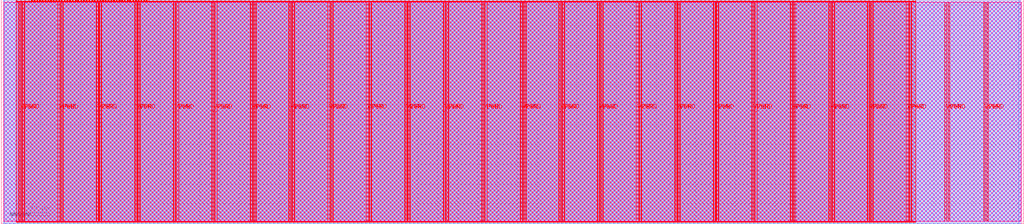
<source format=lef>
VERSION 5.7 ;
  NOWIREEXTENSIONATPIN ON ;
  DIVIDERCHAR "/" ;
  BUSBITCHARS "[]" ;
MACRO tt_um_snn_with_delays_paolaunisa
  CLASS BLOCK ;
  FOREIGN tt_um_snn_with_delays_paolaunisa ;
  ORIGIN 0.000 0.000 ;
  SIZE 1030.400 BY 225.760 ;
  PIN VGND
    DIRECTION INOUT ;
    USE GROUND ;
    PORT
      LAYER met4 ;
        RECT 21.580 2.480 23.180 223.280 ;
    END
    PORT
      LAYER met4 ;
        RECT 60.450 2.480 62.050 223.280 ;
    END
    PORT
      LAYER met4 ;
        RECT 99.320 2.480 100.920 223.280 ;
    END
    PORT
      LAYER met4 ;
        RECT 138.190 2.480 139.790 223.280 ;
    END
    PORT
      LAYER met4 ;
        RECT 177.060 2.480 178.660 223.280 ;
    END
    PORT
      LAYER met4 ;
        RECT 215.930 2.480 217.530 223.280 ;
    END
    PORT
      LAYER met4 ;
        RECT 254.800 2.480 256.400 223.280 ;
    END
    PORT
      LAYER met4 ;
        RECT 293.670 2.480 295.270 223.280 ;
    END
    PORT
      LAYER met4 ;
        RECT 332.540 2.480 334.140 223.280 ;
    END
    PORT
      LAYER met4 ;
        RECT 371.410 2.480 373.010 223.280 ;
    END
    PORT
      LAYER met4 ;
        RECT 410.280 2.480 411.880 223.280 ;
    END
    PORT
      LAYER met4 ;
        RECT 449.150 2.480 450.750 223.280 ;
    END
    PORT
      LAYER met4 ;
        RECT 488.020 2.480 489.620 223.280 ;
    END
    PORT
      LAYER met4 ;
        RECT 526.890 2.480 528.490 223.280 ;
    END
    PORT
      LAYER met4 ;
        RECT 565.760 2.480 567.360 223.280 ;
    END
    PORT
      LAYER met4 ;
        RECT 604.630 2.480 606.230 223.280 ;
    END
    PORT
      LAYER met4 ;
        RECT 643.500 2.480 645.100 223.280 ;
    END
    PORT
      LAYER met4 ;
        RECT 682.370 2.480 683.970 223.280 ;
    END
    PORT
      LAYER met4 ;
        RECT 721.240 2.480 722.840 223.280 ;
    END
    PORT
      LAYER met4 ;
        RECT 760.110 2.480 761.710 223.280 ;
    END
    PORT
      LAYER met4 ;
        RECT 798.980 2.480 800.580 223.280 ;
    END
    PORT
      LAYER met4 ;
        RECT 837.850 2.480 839.450 223.280 ;
    END
    PORT
      LAYER met4 ;
        RECT 876.720 2.480 878.320 223.280 ;
    END
    PORT
      LAYER met4 ;
        RECT 915.590 2.480 917.190 223.280 ;
    END
    PORT
      LAYER met4 ;
        RECT 954.460 2.480 956.060 223.280 ;
    END
    PORT
      LAYER met4 ;
        RECT 993.330 2.480 994.930 223.280 ;
    END
  END VGND
  PIN VPWR
    DIRECTION INOUT ;
    USE POWER ;
    PORT
      LAYER met4 ;
        RECT 18.280 2.480 19.880 223.280 ;
    END
    PORT
      LAYER met4 ;
        RECT 57.150 2.480 58.750 223.280 ;
    END
    PORT
      LAYER met4 ;
        RECT 96.020 2.480 97.620 223.280 ;
    END
    PORT
      LAYER met4 ;
        RECT 134.890 2.480 136.490 223.280 ;
    END
    PORT
      LAYER met4 ;
        RECT 173.760 2.480 175.360 223.280 ;
    END
    PORT
      LAYER met4 ;
        RECT 212.630 2.480 214.230 223.280 ;
    END
    PORT
      LAYER met4 ;
        RECT 251.500 2.480 253.100 223.280 ;
    END
    PORT
      LAYER met4 ;
        RECT 290.370 2.480 291.970 223.280 ;
    END
    PORT
      LAYER met4 ;
        RECT 329.240 2.480 330.840 223.280 ;
    END
    PORT
      LAYER met4 ;
        RECT 368.110 2.480 369.710 223.280 ;
    END
    PORT
      LAYER met4 ;
        RECT 406.980 2.480 408.580 223.280 ;
    END
    PORT
      LAYER met4 ;
        RECT 445.850 2.480 447.450 223.280 ;
    END
    PORT
      LAYER met4 ;
        RECT 484.720 2.480 486.320 223.280 ;
    END
    PORT
      LAYER met4 ;
        RECT 523.590 2.480 525.190 223.280 ;
    END
    PORT
      LAYER met4 ;
        RECT 562.460 2.480 564.060 223.280 ;
    END
    PORT
      LAYER met4 ;
        RECT 601.330 2.480 602.930 223.280 ;
    END
    PORT
      LAYER met4 ;
        RECT 640.200 2.480 641.800 223.280 ;
    END
    PORT
      LAYER met4 ;
        RECT 679.070 2.480 680.670 223.280 ;
    END
    PORT
      LAYER met4 ;
        RECT 717.940 2.480 719.540 223.280 ;
    END
    PORT
      LAYER met4 ;
        RECT 756.810 2.480 758.410 223.280 ;
    END
    PORT
      LAYER met4 ;
        RECT 795.680 2.480 797.280 223.280 ;
    END
    PORT
      LAYER met4 ;
        RECT 834.550 2.480 836.150 223.280 ;
    END
    PORT
      LAYER met4 ;
        RECT 873.420 2.480 875.020 223.280 ;
    END
    PORT
      LAYER met4 ;
        RECT 912.290 2.480 913.890 223.280 ;
    END
    PORT
      LAYER met4 ;
        RECT 951.160 2.480 952.760 223.280 ;
    END
    PORT
      LAYER met4 ;
        RECT 990.030 2.480 991.630 223.280 ;
    END
  END VPWR
  PIN clk
    DIRECTION INPUT ;
    USE SIGNAL ;
    ANTENNAGATEAREA 0.852000 ;
    PORT
      LAYER met4 ;
        RECT 143.830 224.760 144.130 225.760 ;
    END
  END clk
  PIN ena
    DIRECTION INPUT ;
    USE SIGNAL ;
    PORT
      LAYER met4 ;
        RECT 146.590 224.760 146.890 225.760 ;
    END
  END ena
  PIN rst_n
    DIRECTION INPUT ;
    USE SIGNAL ;
    ANTENNAGATEAREA 0.126000 ;
    PORT
      LAYER met4 ;
        RECT 141.070 224.760 141.370 225.760 ;
    END
  END rst_n
  PIN ui_in[0]
    DIRECTION INPUT ;
    USE SIGNAL ;
    ANTENNAGATEAREA 0.196500 ;
    PORT
      LAYER met4 ;
        RECT 138.310 224.760 138.610 225.760 ;
    END
  END ui_in[0]
  PIN ui_in[1]
    DIRECTION INPUT ;
    USE SIGNAL ;
    ANTENNAGATEAREA 0.196500 ;
    PORT
      LAYER met4 ;
        RECT 135.550 224.760 135.850 225.760 ;
    END
  END ui_in[1]
  PIN ui_in[2]
    DIRECTION INPUT ;
    USE SIGNAL ;
    ANTENNAGATEAREA 0.196500 ;
    PORT
      LAYER met4 ;
        RECT 132.790 224.760 133.090 225.760 ;
    END
  END ui_in[2]
  PIN ui_in[3]
    DIRECTION INPUT ;
    USE SIGNAL ;
    ANTENNAGATEAREA 0.196500 ;
    PORT
      LAYER met4 ;
        RECT 130.030 224.760 130.330 225.760 ;
    END
  END ui_in[3]
  PIN ui_in[4]
    DIRECTION INPUT ;
    USE SIGNAL ;
    ANTENNAGATEAREA 0.196500 ;
    PORT
      LAYER met4 ;
        RECT 127.270 224.760 127.570 225.760 ;
    END
  END ui_in[4]
  PIN ui_in[5]
    DIRECTION INPUT ;
    USE SIGNAL ;
    ANTENNAGATEAREA 0.196500 ;
    PORT
      LAYER met4 ;
        RECT 124.510 224.760 124.810 225.760 ;
    END
  END ui_in[5]
  PIN ui_in[6]
    DIRECTION INPUT ;
    USE SIGNAL ;
    ANTENNAGATEAREA 0.196500 ;
    PORT
      LAYER met4 ;
        RECT 121.750 224.760 122.050 225.760 ;
    END
  END ui_in[6]
  PIN ui_in[7]
    DIRECTION INPUT ;
    USE SIGNAL ;
    ANTENNAGATEAREA 0.196500 ;
    PORT
      LAYER met4 ;
        RECT 118.990 224.760 119.290 225.760 ;
    END
  END ui_in[7]
  PIN uio_in[0]
    DIRECTION INPUT ;
    USE SIGNAL ;
    ANTENNAGATEAREA 0.247500 ;
    PORT
      LAYER met4 ;
        RECT 116.230 224.760 116.530 225.760 ;
    END
  END uio_in[0]
  PIN uio_in[1]
    DIRECTION INPUT ;
    USE SIGNAL ;
    ANTENNAGATEAREA 0.196500 ;
    PORT
      LAYER met4 ;
        RECT 113.470 224.760 113.770 225.760 ;
    END
  END uio_in[1]
  PIN uio_in[2]
    DIRECTION INPUT ;
    USE SIGNAL ;
    PORT
      LAYER met4 ;
        RECT 110.710 224.760 111.010 225.760 ;
    END
  END uio_in[2]
  PIN uio_in[3]
    DIRECTION INPUT ;
    USE SIGNAL ;
    ANTENNAGATEAREA 0.852000 ;
    PORT
      LAYER met4 ;
        RECT 107.950 224.760 108.250 225.760 ;
    END
  END uio_in[3]
  PIN uio_in[4]
    DIRECTION INPUT ;
    USE SIGNAL ;
    ANTENNAGATEAREA 0.196500 ;
    PORT
      LAYER met4 ;
        RECT 105.190 224.760 105.490 225.760 ;
    END
  END uio_in[4]
  PIN uio_in[5]
    DIRECTION INPUT ;
    USE SIGNAL ;
    PORT
      LAYER met4 ;
        RECT 102.430 224.760 102.730 225.760 ;
    END
  END uio_in[5]
  PIN uio_in[6]
    DIRECTION INPUT ;
    USE SIGNAL ;
    ANTENNAGATEAREA 0.196500 ;
    PORT
      LAYER met4 ;
        RECT 99.670 224.760 99.970 225.760 ;
    END
  END uio_in[6]
  PIN uio_in[7]
    DIRECTION INPUT ;
    USE SIGNAL ;
    PORT
      LAYER met4 ;
        RECT 96.910 224.760 97.210 225.760 ;
    END
  END uio_in[7]
  PIN uio_oe[0]
    DIRECTION OUTPUT ;
    USE SIGNAL ;
    PORT
      LAYER met4 ;
        RECT 49.990 224.760 50.290 225.760 ;
    END
  END uio_oe[0]
  PIN uio_oe[1]
    DIRECTION OUTPUT ;
    USE SIGNAL ;
    PORT
      LAYER met4 ;
        RECT 47.230 224.760 47.530 225.760 ;
    END
  END uio_oe[1]
  PIN uio_oe[2]
    DIRECTION OUTPUT ;
    USE SIGNAL ;
    PORT
      LAYER met4 ;
        RECT 44.470 224.760 44.770 225.760 ;
    END
  END uio_oe[2]
  PIN uio_oe[3]
    DIRECTION OUTPUT ;
    USE SIGNAL ;
    PORT
      LAYER met4 ;
        RECT 41.710 224.760 42.010 225.760 ;
    END
  END uio_oe[3]
  PIN uio_oe[4]
    DIRECTION OUTPUT ;
    USE SIGNAL ;
    PORT
      LAYER met4 ;
        RECT 38.950 224.760 39.250 225.760 ;
    END
  END uio_oe[4]
  PIN uio_oe[5]
    DIRECTION OUTPUT ;
    USE SIGNAL ;
    PORT
      LAYER met4 ;
        RECT 36.190 224.760 36.490 225.760 ;
    END
  END uio_oe[5]
  PIN uio_oe[6]
    DIRECTION OUTPUT ;
    USE SIGNAL ;
    PORT
      LAYER met4 ;
        RECT 33.430 224.760 33.730 225.760 ;
    END
  END uio_oe[6]
  PIN uio_oe[7]
    DIRECTION OUTPUT ;
    USE SIGNAL ;
    PORT
      LAYER met4 ;
        RECT 30.670 224.760 30.970 225.760 ;
    END
  END uio_oe[7]
  PIN uio_out[0]
    DIRECTION OUTPUT ;
    USE SIGNAL ;
    PORT
      LAYER met4 ;
        RECT 72.070 224.760 72.370 225.760 ;
    END
  END uio_out[0]
  PIN uio_out[1]
    DIRECTION OUTPUT ;
    USE SIGNAL ;
    PORT
      LAYER met4 ;
        RECT 69.310 224.760 69.610 225.760 ;
    END
  END uio_out[1]
  PIN uio_out[2]
    DIRECTION OUTPUT ;
    USE SIGNAL ;
    ANTENNADIFFAREA 0.891000 ;
    PORT
      LAYER met4 ;
        RECT 66.550 224.760 66.850 225.760 ;
    END
  END uio_out[2]
  PIN uio_out[3]
    DIRECTION OUTPUT ;
    USE SIGNAL ;
    PORT
      LAYER met4 ;
        RECT 63.790 224.760 64.090 225.760 ;
    END
  END uio_out[3]
  PIN uio_out[4]
    DIRECTION OUTPUT ;
    USE SIGNAL ;
    PORT
      LAYER met4 ;
        RECT 61.030 224.760 61.330 225.760 ;
    END
  END uio_out[4]
  PIN uio_out[5]
    DIRECTION OUTPUT ;
    USE SIGNAL ;
    ANTENNADIFFAREA 0.795200 ;
    PORT
      LAYER met4 ;
        RECT 58.270 224.760 58.570 225.760 ;
    END
  END uio_out[5]
  PIN uio_out[6]
    DIRECTION OUTPUT ;
    USE SIGNAL ;
    PORT
      LAYER met4 ;
        RECT 55.510 224.760 55.810 225.760 ;
    END
  END uio_out[6]
  PIN uio_out[7]
    DIRECTION OUTPUT ;
    USE SIGNAL ;
    ANTENNADIFFAREA 0.445500 ;
    PORT
      LAYER met4 ;
        RECT 52.750 224.760 53.050 225.760 ;
    END
  END uio_out[7]
  PIN uo_out[0]
    DIRECTION OUTPUT ;
    USE SIGNAL ;
    ANTENNADIFFAREA 0.891000 ;
    PORT
      LAYER met4 ;
        RECT 94.150 224.760 94.450 225.760 ;
    END
  END uo_out[0]
  PIN uo_out[1]
    DIRECTION OUTPUT ;
    USE SIGNAL ;
    ANTENNADIFFAREA 0.891000 ;
    PORT
      LAYER met4 ;
        RECT 91.390 224.760 91.690 225.760 ;
    END
  END uo_out[1]
  PIN uo_out[2]
    DIRECTION OUTPUT ;
    USE SIGNAL ;
    ANTENNADIFFAREA 0.924000 ;
    PORT
      LAYER met4 ;
        RECT 88.630 224.760 88.930 225.760 ;
    END
  END uo_out[2]
  PIN uo_out[3]
    DIRECTION OUTPUT ;
    USE SIGNAL ;
    ANTENNADIFFAREA 0.891000 ;
    PORT
      LAYER met4 ;
        RECT 85.870 224.760 86.170 225.760 ;
    END
  END uo_out[3]
  PIN uo_out[4]
    DIRECTION OUTPUT ;
    USE SIGNAL ;
    ANTENNADIFFAREA 0.924000 ;
    PORT
      LAYER met4 ;
        RECT 83.110 224.760 83.410 225.760 ;
    END
  END uo_out[4]
  PIN uo_out[5]
    DIRECTION OUTPUT ;
    USE SIGNAL ;
    ANTENNADIFFAREA 0.891000 ;
    PORT
      LAYER met4 ;
        RECT 80.350 224.760 80.650 225.760 ;
    END
  END uo_out[5]
  PIN uo_out[6]
    DIRECTION OUTPUT ;
    USE SIGNAL ;
    ANTENNADIFFAREA 0.891000 ;
    PORT
      LAYER met4 ;
        RECT 77.590 224.760 77.890 225.760 ;
    END
  END uo_out[6]
  PIN uo_out[7]
    DIRECTION OUTPUT ;
    USE SIGNAL ;
    ANTENNADIFFAREA 0.891000 ;
    PORT
      LAYER met4 ;
        RECT 74.830 224.760 75.130 225.760 ;
    END
  END uo_out[7]
  OBS
      LAYER nwell ;
        RECT 2.570 2.635 1027.830 223.230 ;
      LAYER li1 ;
        RECT 2.760 2.635 1027.640 223.125 ;
      LAYER met1 ;
        RECT 2.760 0.040 1027.640 225.720 ;
      LAYER met2 ;
        RECT 2.850 0.010 1026.160 225.750 ;
      LAYER met3 ;
        RECT 2.825 0.175 1025.735 225.585 ;
      LAYER met4 ;
        RECT 15.015 224.360 30.270 225.585 ;
        RECT 31.370 224.360 33.030 225.585 ;
        RECT 34.130 224.360 35.790 225.585 ;
        RECT 36.890 224.360 38.550 225.585 ;
        RECT 39.650 224.360 41.310 225.585 ;
        RECT 42.410 224.360 44.070 225.585 ;
        RECT 45.170 224.360 46.830 225.585 ;
        RECT 47.930 224.360 49.590 225.585 ;
        RECT 50.690 224.360 52.350 225.585 ;
        RECT 53.450 224.360 55.110 225.585 ;
        RECT 56.210 224.360 57.870 225.585 ;
        RECT 58.970 224.360 60.630 225.585 ;
        RECT 61.730 224.360 63.390 225.585 ;
        RECT 64.490 224.360 66.150 225.585 ;
        RECT 67.250 224.360 68.910 225.585 ;
        RECT 70.010 224.360 71.670 225.585 ;
        RECT 72.770 224.360 74.430 225.585 ;
        RECT 75.530 224.360 77.190 225.585 ;
        RECT 78.290 224.360 79.950 225.585 ;
        RECT 81.050 224.360 82.710 225.585 ;
        RECT 83.810 224.360 85.470 225.585 ;
        RECT 86.570 224.360 88.230 225.585 ;
        RECT 89.330 224.360 90.990 225.585 ;
        RECT 92.090 224.360 93.750 225.585 ;
        RECT 94.850 224.360 96.510 225.585 ;
        RECT 97.610 224.360 99.270 225.585 ;
        RECT 100.370 224.360 102.030 225.585 ;
        RECT 103.130 224.360 104.790 225.585 ;
        RECT 105.890 224.360 107.550 225.585 ;
        RECT 108.650 224.360 110.310 225.585 ;
        RECT 111.410 224.360 113.070 225.585 ;
        RECT 114.170 224.360 115.830 225.585 ;
        RECT 116.930 224.360 118.590 225.585 ;
        RECT 119.690 224.360 121.350 225.585 ;
        RECT 122.450 224.360 124.110 225.585 ;
        RECT 125.210 224.360 126.870 225.585 ;
        RECT 127.970 224.360 129.630 225.585 ;
        RECT 130.730 224.360 132.390 225.585 ;
        RECT 133.490 224.360 135.150 225.585 ;
        RECT 136.250 224.360 137.910 225.585 ;
        RECT 139.010 224.360 140.670 225.585 ;
        RECT 141.770 224.360 143.430 225.585 ;
        RECT 144.530 224.360 146.190 225.585 ;
        RECT 147.290 224.360 921.545 225.585 ;
        RECT 15.015 223.680 921.545 224.360 ;
        RECT 15.015 2.080 17.880 223.680 ;
        RECT 20.280 2.080 21.180 223.680 ;
        RECT 23.580 2.080 56.750 223.680 ;
        RECT 59.150 2.080 60.050 223.680 ;
        RECT 62.450 2.080 95.620 223.680 ;
        RECT 98.020 2.080 98.920 223.680 ;
        RECT 101.320 2.080 134.490 223.680 ;
        RECT 136.890 2.080 137.790 223.680 ;
        RECT 140.190 2.080 173.360 223.680 ;
        RECT 175.760 2.080 176.660 223.680 ;
        RECT 179.060 2.080 212.230 223.680 ;
        RECT 214.630 2.080 215.530 223.680 ;
        RECT 217.930 2.080 251.100 223.680 ;
        RECT 253.500 2.080 254.400 223.680 ;
        RECT 256.800 2.080 289.970 223.680 ;
        RECT 292.370 2.080 293.270 223.680 ;
        RECT 295.670 2.080 328.840 223.680 ;
        RECT 331.240 2.080 332.140 223.680 ;
        RECT 334.540 2.080 367.710 223.680 ;
        RECT 370.110 2.080 371.010 223.680 ;
        RECT 373.410 2.080 406.580 223.680 ;
        RECT 408.980 2.080 409.880 223.680 ;
        RECT 412.280 2.080 445.450 223.680 ;
        RECT 447.850 2.080 448.750 223.680 ;
        RECT 451.150 2.080 484.320 223.680 ;
        RECT 486.720 2.080 487.620 223.680 ;
        RECT 490.020 2.080 523.190 223.680 ;
        RECT 525.590 2.080 526.490 223.680 ;
        RECT 528.890 2.080 562.060 223.680 ;
        RECT 564.460 2.080 565.360 223.680 ;
        RECT 567.760 2.080 600.930 223.680 ;
        RECT 603.330 2.080 604.230 223.680 ;
        RECT 606.630 2.080 639.800 223.680 ;
        RECT 642.200 2.080 643.100 223.680 ;
        RECT 645.500 2.080 678.670 223.680 ;
        RECT 681.070 2.080 681.970 223.680 ;
        RECT 684.370 2.080 717.540 223.680 ;
        RECT 719.940 2.080 720.840 223.680 ;
        RECT 723.240 2.080 756.410 223.680 ;
        RECT 758.810 2.080 759.710 223.680 ;
        RECT 762.110 2.080 795.280 223.680 ;
        RECT 797.680 2.080 798.580 223.680 ;
        RECT 800.980 2.080 834.150 223.680 ;
        RECT 836.550 2.080 837.450 223.680 ;
        RECT 839.850 2.080 873.020 223.680 ;
        RECT 875.420 2.080 876.320 223.680 ;
        RECT 878.720 2.080 911.890 223.680 ;
        RECT 914.290 2.080 915.190 223.680 ;
        RECT 917.590 2.080 921.545 223.680 ;
        RECT 15.015 1.535 921.545 2.080 ;
  END
END tt_um_snn_with_delays_paolaunisa
END LIBRARY


</source>
